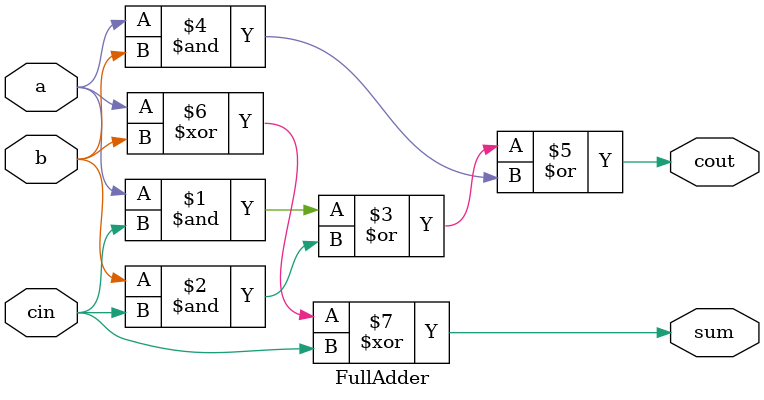
<source format=v>



module FullAdder(a, b, cin, sum,cout);

	input a , b,cin;
	output sum, cout;

	assign cout = (a & cin) | (b & cin) | (a & b) ;
	xor(sum,a,b,cin);

endmodule

</source>
